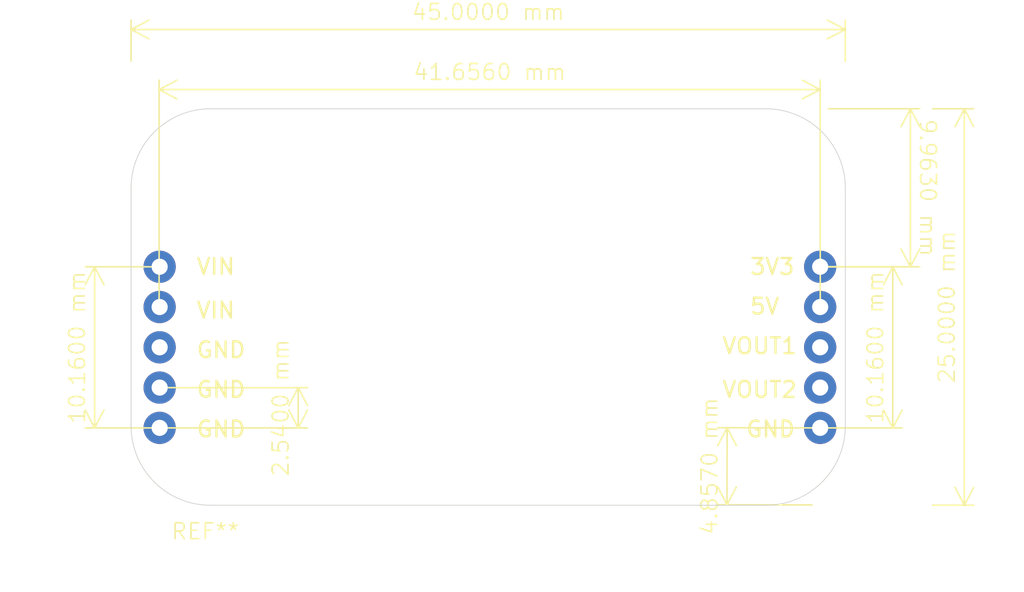
<source format=kicad_pcb>
(kicad_pcb (version 20240108) (generator "pcbnew") (generator_version "8.0")
  (layers (0 "F.Cu" signal) (31 "B.Cu" signal) (34 "B.Paste" user) (35 "F.Paste" user) (36 "B.SilkS" user "B.Silkscreen") (37 "F.SilkS" user "F.Silkscreen") (38 "B.Mask" user) (39 "F.Mask" user) (44 "Edge.Cuts" user))
  (net 0 "")
  (footprint "myparts:PowerBoardTemplate" (layer "F.Cu") (at 175 87.5)
    (property "Reference" "REF**" (at -20.32 14.145 0) (layer "F.SilkS") (effects (font (thickness 0.1))))
    (property "Value" "PowerBoardTemplate")
    (fp_line (start -25 7.5) (end -25 -7.5) (stroke (width 0.05)) (layer "Edge.Cuts"))
    (fp_line (start -20 -12.5) (end 15 -12.5) (stroke (width 0.05)) (layer "Edge.Cuts"))
    (fp_line (start 15 12.5) (end -20 12.5) (stroke (width 0.05)) (layer "Edge.Cuts"))
    (fp_line (start 20 -7.5) (end 20 7.5) (stroke (width 0.05)) (layer "Edge.Cuts"))
    (fp_arc (start -25 -7.5) (mid -23.535534 -11.035534) (end -20 -12.5) (stroke (width 0.05)) (layer "Edge.Cuts"))
    (fp_arc (start -20 12.5) (mid -23.535534 11.035534) (end -25 7.5) (stroke (width 0.05)) (layer "Edge.Cuts"))
    (fp_arc (start 15 -12.5) (mid 18.535534 -11.035534) (end 20 -7.5) (stroke (width 0.05)) (layer "Edge.Cuts"))
    (fp_arc (start 20 7.5) (mid 18.535534 11.035534) (end 15 12.5) (stroke (width 0.05)) (layer "Edge.Cuts"))
    (fp_text user "GND" (at 13.67 8.29 0) (layer "F.SilkS") (effects (justify left bottom)))
    (fp_text user "GND" (at -20.955 3.29 0) (layer "F.SilkS") (effects (justify left bottom)))
    (fp_text user "VIN" (at -20.955 0.79 0) (layer "F.SilkS") (effects (justify left bottom)))
    (fp_text user "VOUT1" (at 12.17 3.04 0) (layer "F.SilkS") (effects (justify left bottom)))
    (fp_text user "GND" (at -20.955 8.29 0) (layer "F.SilkS") (effects (justify left bottom)))
    (fp_text user "GND" (at -20.955 5.79 0) (layer "F.SilkS") (effects (justify left bottom)))
    (fp_text user "VIN" (at -20.955 -1.96 0) (layer "F.SilkS") (effects (justify left bottom)))
    (fp_text user "5V" (at 13.92 0.54 0) (layer "F.SilkS") (effects (justify left bottom)))
    (fp_text user "3V3" (at 13.92 -1.96 0) (layer "F.SilkS") (effects (justify left bottom)))
    (fp_text user "VOUT2" (at 12.17 5.79 0) (layer "F.SilkS") (effects (justify left bottom)))
    (pad "1" thru_hole circle (at -23.2 -2.54) (size 2.032 2.032) (drill 1.016) (layers "*.Cu" "*.Mask"))
    (pad "2" thru_hole circle (at -23.2 0) (size 2.032 2.032) (drill 1.016) (layers "*.Cu" "*.Mask"))
    (pad "3" thru_hole circle (at -23.2 2.54) (size 2.032 2.032) (drill 1.016) (layers "*.Cu" "*.Mask"))
    (pad "4" thru_hole circle (at -23.2 5.08) (size 2.032 2.032) (drill 1.016) (layers "*.Cu" "*.Mask"))
    (pad "5" thru_hole circle (at -23.2 7.62) (size 2.032 2.032) (drill 1.016) (layers "*.Cu" "*.Mask"))
    (pad "6" thru_hole circle (at 18.415 7.62) (size 2.032 2.032) (drill 1.016) (layers "*.Cu" "*.Mask"))
    (pad "7" thru_hole circle (at 18.415 5.08) (size 2.032 2.032) (drill 1.016) (layers "*.Cu" "*.Mask"))
    (pad "8" thru_hole circle (at 18.415 2.54) (size 2.032 2.032) (drill 1.016) (layers "*.Cu" "*.Mask"))
    (pad "9" thru_hole circle (at 18.415 0) (size 2.032 2.032) (drill 1.016) (layers "*.Cu" "*.Mask"))
    (pad "10" thru_hole circle (at 18.415 -2.54) (size 2.032 2.032) (drill 1.016) (layers "*.Cu" "*.Mask"))
  )
  (dimension (type aligned) (layer "F.SilkS") (pts (xy 151.765 95.123) (xy 151.765 92.583)) (height 8.763) (gr_text "2.5400 mm" (at 159.428 93.853 90) (layer "F.SilkS") (effects (font (size 1 1) (thickness 0.1)))) (format (prefix "") (suffix "") (units 3) (units_format 1) (precision 4)) (style (thickness 0.1) (arrow_length 1.27) (text_position_mode 0) (extension_height 0.58642) (extension_offset 0.5) keep_text_aligned))
  (dimension (type aligned) (layer "F.SilkS") (pts (xy 193.421 87.503) (xy 151.765 87.503)) (height 13.716) (gr_text "41.6560 mm" (at 172.593 72.687 0) (layer "F.SilkS") (effects (font (size 1 1) (thickness 0.1)))) (format (prefix "") (suffix "") (units 3) (units_format 1) (precision 4)) (style (thickness 0.1) (arrow_length 1.27) (text_position_mode 0) (extension_height 0.58642) (extension_offset 0.5) keep_text_aligned))
  (dimension (type aligned) (layer "F.SilkS") (pts (xy 193.421 95.123) (xy 193.41 99.98)) (height 5.865328) (gr_text "4.8570 mm" (at 186.45019 97.535725 89.87023832) (layer "F.SilkS") (effects (font (size 1 1) (thickness 0.1)))) (format (prefix "") (suffix "") (units 3) (units_format 1) (precision 4)) (style (thickness 0.1) (arrow_length 1.27) (text_position_mode 0) (extension_height 0.58642) (extension_offset 0.5) keep_text_aligned))
  (dimension (type aligned) (layer "F.SilkS") (pts (xy 200 100) (xy 200 75)) (height 2.5) (gr_text "25.0000 mm" (at 201.4 87.5 90) (layer "F.SilkS") (effects (font (size 1 1) (thickness 0.1)))) (format (prefix "") (suffix "") (units 3) (units_format 1) (precision 4)) (style (thickness 0.1) (arrow_length 1.27) (text_position_mode 0) (extension_height 0.58642) (extension_offset 0.5) keep_text_aligned))
  (dimension (type aligned) (layer "F.SilkS") (pts (xy 151.765 84.963) (xy 151.765 95.123)) (height 4.064) (gr_text "10.1600 mm" (at 146.601 90.043 90) (layer "F.SilkS") (effects (font (size 1 1) (thickness 0.1)))) (format (prefix "") (suffix "") (units 3) (units_format 1) (precision 4)) (style (thickness 0.1) (arrow_length 1.27) (text_position_mode 0) (extension_height 0.58642) (extension_offset 0.5) keep_text_aligned))
  (dimension (type aligned) (layer "F.SilkS") (pts (xy 195 72.5) (xy 150 72.5)) (height 2.5) (gr_text "45.0000 mm" (at 172.5 68.9 0) (layer "F.SilkS") (effects (font (size 1 1) (thickness 0.1)))) (format (prefix "") (suffix "") (units 3) (units_format 1) (precision 4)) (style (thickness 0.1) (arrow_length 1.27) (text_position_mode 0) (extension_height 0.58642) (extension_offset 0.5) keep_text_aligned))
  (dimension (type aligned) (layer "F.SilkS") (pts (xy 193.421 84.963) (xy 193.421 95.123)) (height -4.572) (gr_text "10.1600 mm" (at 196.893 90.043 90) (layer "F.SilkS") (effects (font (size 1 1) (thickness 0.1)))) (format (prefix "") (suffix "") (units 3) (units_format 1) (precision 4)) (style (thickness 0.1) (arrow_length 1.27) (text_position_mode 0) (extension_height 0.58642) (extension_offset 0.5) keep_text_aligned))
  (dimension (type aligned) (layer "F.SilkS") (pts (xy 193.421 84.963) (xy 193.42 75)) (height 5.681197) (gr_text "9.9630 mm" (at 200.201697 79.98082 -89.99424914) (layer "F.SilkS") (effects (font (size 1 1) (thickness 0.1)))) (format (prefix "") (suffix "") (units 3) (units_format 1) (precision 4)) (style (thickness 0.1) (arrow_length 1.27) (text_position_mode 0) (extension_height 0.58642) (extension_offset 0.5) keep_text_aligned))
)
</source>
